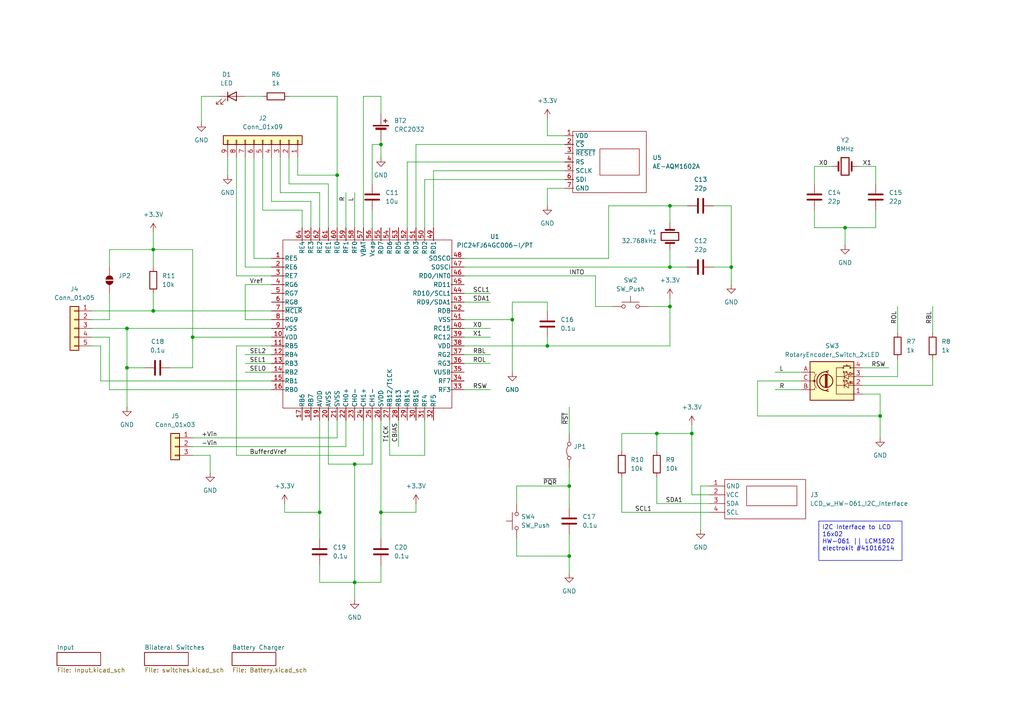
<source format=kicad_sch>
(kicad_sch (version 20231120) (generator "eeschema") (generator_version "8.0")
  (paper "A4")
  (lib_symbols
    (symbol "Connector_Generic:Conn_01x03" (pin_names (offset 1.016) hide)
      (property "Reference" "J" (at 0 5.08 0))
      (property "Value" "Conn_01x03" (at 0 -5.08 0))
      (symbol "Conn_01x03_1_1"
        (rectangle (start -1.27 -2.413) (end 0 -2.667) (stroke (width 0.1524)))
        (rectangle (start -1.27 0.127) (end 0 -0.127) (stroke (width 0.1524)))
        (rectangle (start -1.27 2.667) (end 0 2.413) (stroke (width 0.1524)))
        (rectangle (start -1.27 3.81) (end 1.27 -3.81) (stroke (width 0.254)) (fill (type background)))
        (pin passive line (at -5.08 2.54 0) (length 3.81) (name "Pin_1") (number "1"))
        (pin passive line (at -5.08 0 0) (length 3.81) (name "Pin_2") (number "2"))
        (pin passive line (at -5.08 -2.54 0) (length 3.81) (name "Pin_3") (number "3"))
      )
    )
    (symbol "Connector_Generic:Conn_01x05" (pin_names (offset 1.016) hide)
      (property "Reference" "J" (at 0 7.62 0))
      (property "Value" "Conn_01x05" (at 0 -7.62 0))
      (symbol "Conn_01x05_1_1"
        (rectangle (start -1.27 -4.953) (end 0 -5.207) (stroke (width 0.1524)))
        (rectangle (start -1.27 -2.413) (end 0 -2.667) (stroke (width 0.1524)))
        (rectangle (start -1.27 0.127) (end 0 -0.127) (stroke (width 0.1524)))
        (rectangle (start -1.27 2.667) (end 0 2.413) (stroke (width 0.1524)))
        (rectangle (start -1.27 5.207) (end 0 4.953) (stroke (width 0.1524)))
        (rectangle (start -1.27 6.35) (end 1.27 -6.35) (stroke (width 0.254)) (fill (type background)))
        (pin passive line (at -5.08 5.08 0) (length 3.81) (name "Pin_1") (number "1"))
        (pin passive line (at -5.08 2.54 0) (length 3.81) (name "Pin_2") (number "2"))
        (pin passive line (at -5.08 0 0) (length 3.81) (name "Pin_3") (number "3"))
        (pin passive line (at -5.08 -2.54 0) (length 3.81) (name "Pin_4") (number "4"))
        (pin passive line (at -5.08 -5.08 0) (length 3.81) (name "Pin_5") (number "5"))
      )
    )
    (symbol "Connector_Generic:Conn_01x09" (pin_names (offset 1.016) hide)
      (property "Reference" "J" (at 0 12.7 0))
      (property "Value" "Conn_01x09" (at 0 -12.7 0))
      (symbol "Conn_01x09_1_1"
        (rectangle (start -1.27 -10.033) (end 0 -10.287) (stroke (width 0.1524)))
        (rectangle (start -1.27 -7.493) (end 0 -7.747) (stroke (width 0.1524)))
        (rectangle (start -1.27 -4.953) (end 0 -5.207) (stroke (width 0.1524)))
        (rectangle (start -1.27 -2.413) (end 0 -2.667) (stroke (width 0.1524)))
        (rectangle (start -1.27 0.127) (end 0 -0.127) (stroke (width 0.1524)))
        (rectangle (start -1.27 2.667) (end 0 2.413) (stroke (width 0.1524)))
        (rectangle (start -1.27 5.207) (end 0 4.953) (stroke (width 0.1524)))
        (rectangle (start -1.27 7.747) (end 0 7.493) (stroke (width 0.1524)))
        (rectangle (start -1.27 10.287) (end 0 10.033) (stroke (width 0.1524)))
        (rectangle (start -1.27 11.43) (end 1.27 -11.43) (stroke (width 0.254)) (fill (type background)))
        (pin passive line (at -5.08 10.16 0) (length 3.81) (name "Pin_1") (number "1"))
        (pin passive line (at -5.08 7.62 0) (length 3.81) (name "Pin_2") (number "2"))
        (pin passive line (at -5.08 5.08 0) (length 3.81) (name "Pin_3") (number "3"))
        (pin passive line (at -5.08 2.54 0) (length 3.81) (name "Pin_4") (number "4"))
        (pin passive line (at -5.08 0 0) (length 3.81) (name "Pin_5") (number "5"))
        (pin passive line (at -5.08 -2.54 0) (length 3.81) (name "Pin_6") (number "6"))
        (pin passive line (at -5.08 -5.08 0) (length 3.81) (name "Pin_7") (number "7"))
        (pin passive line (at -5.08 -7.62 0) (length 3.81) (name "Pin_8") (number "8"))
        (pin passive line (at -5.08 -10.16 0) (length 3.81) (name "Pin_9") (number "9"))
      )
    )
    (symbol "Device:Battery_Cell" (pin_numbers hide) (pin_names (offset 0) hide)
      (property "Reference" "BT" (at 2.54 2.54 0))
      (property "Value" "Battery_Cell" (at 2.54 0 0))
      (symbol "Battery_Cell_0_1"
        (rectangle (start -2.286 1.778) (end 2.286 1.524) (fill (type outline)))
        (rectangle (start -1.524 1.016) (end 1.524 0.508) (fill (type outline)))
        (polyline (pts (xy 0 0.762) (xy 0 0)))
        (polyline (pts (xy 0 1.778) (xy 0 2.54)))
        (polyline (pts (xy 0.762 3.048) (xy 1.778 3.048)) (stroke (width 0.254)))
        (polyline (pts (xy 1.27 3.556) (xy 1.27 2.54)) (stroke (width 0.254)))
      )
      (symbol "Battery_Cell_1_1"
        (pin passive line (at 0 5.08 270) (length 2.54) (name "+") (number "1"))
        (pin passive line (at 0 -2.54 90) (length 2.54) (name "-") (number "2"))
      )
    )
    (symbol "Device:C" (pin_numbers hide) (pin_names (offset 0.254))
      (property "Reference" "C" (at 0.635 2.54 0))
      (property "Value" "C" (at 0.635 -2.54 0))
      (symbol "C_0_1"
        (polyline (pts (xy -2.032 -0.762) (xy 2.032 -0.762)) (stroke (width 0.508)))
        (polyline (pts (xy -2.032 0.762) (xy 2.032 0.762)) (stroke (width 0.508)))
      )
      (symbol "C_1_1"
        (pin passive line (at 0 3.81 270) (length 2.794) (name "~") (number "1"))
        (pin passive line (at 0 -3.81 90) (length 2.794) (name "~") (number "2"))
      )
    )
    (symbol "Device:Crystal" (pin_numbers hide) (pin_names (offset 1.016) hide)
      (property "Reference" "Y" (at 0 3.81 0))
      (property "Value" "Crystal" (at 0 -3.81 0))
      (symbol "Crystal_0_1"
        (rectangle (start -1.143 2.54) (end 1.143 -2.54) (stroke (width 0.3048)))
        (polyline (pts (xy -2.54 0) (xy -1.905 0)))
        (polyline (pts (xy -1.905 -1.27) (xy -1.905 1.27)) (stroke (width 0.508)))
        (polyline (pts (xy 1.905 -1.27) (xy 1.905 1.27)) (stroke (width 0.508)))
        (polyline (pts (xy 2.54 0) (xy 1.905 0)))
      )
      (symbol "Crystal_1_1"
        (pin passive line (at -3.81 0 0) (length 1.27) (name "1") (number "1"))
        (pin passive line (at 3.81 0 180) (length 1.27) (name "2") (number "2"))
      )
    )
    (symbol "Device:LED" (pin_numbers hide) (pin_names (offset 1.016) hide)
      (property "Reference" "D" (at 0 2.54 0))
      (property "Value" "LED" (at 0 -2.54 0))
      (symbol "LED_0_1"
        (polyline (pts (xy -1.27 -1.27) (xy -1.27 1.27)) (stroke (width 0.254)))
        (polyline (pts (xy -1.27 0) (xy 1.27 0)))
        (polyline (pts (xy 1.27 -1.27) (xy 1.27 1.27) (xy -1.27 0) (xy 1.27 -1.27)) (stroke (width 0.254)))
        (polyline (pts (xy -3.048 -0.762) (xy -4.572 -2.286) (xy -3.81 -2.286) (xy -4.572 -2.286) (xy -4.572 -1.524)))
        (polyline (pts (xy -1.778 -0.762) (xy -3.302 -2.286) (xy -2.54 -2.286) (xy -3.302 -2.286) (xy -3.302 -1.524)))
      )
      (symbol "LED_1_1"
        (pin passive line (at -3.81 0 0) (length 2.54) (name "K") (number "1"))
        (pin passive line (at 3.81 0 180) (length 2.54) (name "A") (number "2"))
      )
    )
    (symbol "Device:R" (pin_numbers hide) (pin_names (offset 0))
      (property "Reference" "R" (at 2.032 0 90))
      (property "Value" "R" (at 0 0 90))
      (symbol "R_0_1"
        (rectangle (start -1.016 -2.54) (end 1.016 2.54) (stroke (width 0.254)))
      )
      (symbol "R_1_1"
        (pin passive line (at 0 3.81 270) (length 1.27) (name "~") (number "1"))
        (pin passive line (at 0 -3.81 90) (length 1.27) (name "~") (number "2"))
      )
    )
    (symbol "Jumper:Jumper_2_Bridged" (pin_numbers hide) (pin_names (offset 0) hide) (exclude_from_sim yes)
      (property "Reference" "JP" (at 0 1.905 0))
      (property "Value" "Jumper_2_Bridged" (at 0 -2.54 0))
      (symbol "Jumper_2_Bridged_0_0"
        (circle (center -2.032 0) (radius 0.508))
        (circle (center 2.032 0) (radius 0.508))
      )
      (symbol "Jumper_2_Bridged_0_1"
        (arc (start 1.524 0.254) (mid 0 0.762) (end -1.524 0.254))
      )
      (symbol "Jumper_2_Bridged_1_1"
        (pin passive line (at -5.08 0 0) (length 2.54) (name "A") (number "1"))
        (pin passive line (at 5.08 0 180) (length 2.54) (name "B") (number "2"))
      )
    )
    (symbol "Jumper:SolderJumper_2_Open" (pin_numbers hide) (pin_names (offset 0) hide) (exclude_from_sim yes) (in_bom no)
      (property "Reference" "JP" (at 0 2.032 0))
      (property "Value" "SolderJumper_2_Open" (at 0 -2.54 0))
      (symbol "SolderJumper_2_Open_0_1"
        (arc (start -0.254 1.016) (mid -1.2656 0) (end -0.254 -1.016))
        (arc (start -0.254 1.016) (mid -1.2656 0) (end -0.254 -1.016) (fill (type outline)))
        (polyline (pts (xy -0.254 1.016) (xy -0.254 -1.016)))
        (polyline (pts (xy 0.254 1.016) (xy 0.254 -1.016)))
        (arc (start 0.254 -1.016) (mid 1.2656 0) (end 0.254 1.016))
        (arc (start 0.254 -1.016) (mid 1.2656 0) (end 0.254 1.016) (fill (type outline)))
      )
      (symbol "SolderJumper_2_Open_1_1"
        (pin passive line (at -3.81 0 0) (length 2.54) (name "A") (number "1"))
        (pin passive line (at 3.81 0 180) (length 2.54) (name "B") (number "2"))
      )
    )
    (symbol "My_Parts:AE-AQM1602A_128x48px_LCD_Display"
      (property "Reference" "U" (at 3.302 2.54 0))
      (property "Value" "AE-AQM1602A" (at 15.748 -14.478 0))
      (symbol "AE-AQM1602A_128x48px_LCD_Display_0_1"
        (polyline (pts (xy 10.16 -3.81) (xy 10.16 -11.43) (xy 21.59 -11.43) (xy 21.59 -3.81) (xy 10.16 -3.81)))
        (rectangle (start 2.286 1.27) (end 23.622 -16.51))
      )
      (symbol "AE-AQM1602A_128x48px_LCD_Display_1_1"
        (pin power_in line (at 0 0 0) (length 2.54) (name "VDD") (number "1"))
        (pin input line (at 0 -2.54 0) (length 2.54) (name "~{CS}") (number "2"))
        (pin input line (at 0 -5.08 0) (length 2.54) (name "~{RESET}") (number "3"))
        (pin input line (at 0 -7.62 0) (length 2.54) (name "RS") (number "4"))
        (pin input line (at 0 -10.16 0) (length 2.54) (name "SCLK") (number "5"))
        (pin input line (at 0 -12.7 0) (length 2.54) (name "SDI") (number "6"))
        (pin power_in line (at 0 -15.24 0) (length 2.54) (name "GND") (number "7"))
      )
    )
    (symbol "My_Parts:LCD_w_HW-061_I2C_Interface" (pin_names (offset 1.016))
      (property "Reference" "J" (at 0 5.715 0))
      (property "Value" "LCD_w_HW-061_I2C_Interface" (at 0 -8.255 0))
      (symbol "LCD_w_HW-061_I2C_Interface_0_1"
        (polyline (pts (xy -0.635 4.445) (xy 22.86 4.445) (xy 22.86 -6.985) (xy -0.635 -6.985) (xy -0.635 4.445)) (stroke (width 0.1524)))
        (polyline (pts (xy 5.715 2.54) (xy 5.715 -3.175) (xy 20.32 -3.175) (xy 20.32 2.54) (xy 5.715 2.54)) (stroke (width 0.1524)))
      )
      (symbol "LCD_w_HW-061_I2C_Interface_1_1"
        (polyline (pts (xy -1.27 -5.08) (xy -0.508 -5.08)) (stroke (width 0.1524)))
        (polyline (pts (xy -1.27 -2.54) (xy -0.508 -2.54)) (stroke (width 0.1524)))
        (polyline (pts (xy -1.27 0) (xy -0.508 0)) (stroke (width 0.1524)))
        (polyline (pts (xy -1.27 2.54) (xy -0.508 2.54)) (stroke (width 0.1524)))
        (pin power_in line (at -5.08 2.54 0) (length 3.81) (name "GND") (number "1"))
        (pin power_in line (at -5.08 0 0) (length 3.81) (name "VCC") (number "2"))
        (pin passive line (at -5.08 -2.54 0) (length 3.81) (name "SDA") (number "3"))
        (pin passive line (at -5.08 -5.08 0) (length 3.81) (name "SCL") (number "4"))
      )
    )
    (symbol "My_Parts:PIC24FJ64GC006-I/PT" (pin_names (offset 0.002))
      (property "Reference" "U" (at 12.446 -3.048 0))
      (property "Value" "PIC24FJ64GC006-I/PT" (at 23.876 -11.938 0))
      (symbol "PIC24FJ64GC006-I/PT_0_1"
        (rectangle (start 3.302 5.334) (end 52.324 -43.434))
      )
      (symbol "PIC24FJ64GC006-I/PT_1_1"
        (pin bidirectional line (at 0 0 0) (length 3.81) (name "RE5") (number "1"))
        (pin bidirectional line (at 0 -22.86 0) (length 3.81) (name "VDD") (number "10"))
        (pin bidirectional line (at 0 -25.4 0) (length 3.81) (name "RB5") (number "11"))
        (pin bidirectional line (at 0 -27.94 0) (length 3.81) (name "RB4") (number "12"))
        (pin bidirectional line (at 0 -30.48 0) (length 3.81) (name "RB3") (number "13"))
        (pin bidirectional line (at 0 -33.02 0) (length 3.81) (name "RB2") (number "14"))
        (pin bidirectional line (at 0 -35.56 0) (length 3.81) (name "RB1") (number "15"))
        (pin bidirectional line (at 0 -38.1 0) (length 3.81) (name "RB0") (number "16"))
        (pin bidirectional line (at 8.89 -46.99 90) (length 3.81) (name "RB6") (number "17"))
        (pin bidirectional line (at 11.43 -46.99 90) (length 3.81) (name "RB7") (number "18"))
        (pin bidirectional line (at 13.97 -46.99 90) (length 3.81) (name "AVDD") (number "19"))
        (pin bidirectional line (at 0 -2.54 0) (length 3.81) (name "RE6") (number "2"))
        (pin bidirectional line (at 16.51 -46.99 90) (length 3.81) (name "AVSS") (number "20"))
        (pin bidirectional line (at 19.05 -46.99 90) (length 3.81) (name "SVSS") (number "21"))
        (pin bidirectional line (at 21.59 -46.99 90) (length 3.81) (name "CH0+") (number "22"))
        (pin bidirectional line (at 24.13 -46.99 90) (length 3.81) (name "CH0-") (number "23"))
        (pin bidirectional line (at 26.67 -46.99 90) (length 3.81) (name "CH1+") (number "24"))
        (pin bidirectional line (at 29.21 -46.99 90) (length 3.81) (name "CH1-") (number "25"))
        (pin bidirectional line (at 31.75 -46.99 90) (length 3.81) (name "SVDD") (number "26"))
        (pin bidirectional line (at 34.29 -46.99 90) (length 3.81) (name "RB12/T1CK") (number "27"))
        (pin bidirectional line (at 36.83 -46.99 90) (length 3.81) (name "RB13") (number "28"))
        (pin bidirectional line (at 39.37 -46.99 90) (length 3.81) (name "RB14") (number "29"))
        (pin bidirectional line (at 0 -5.08 0) (length 3.81) (name "RE7") (number "3"))
        (pin bidirectional line (at 41.91 -46.99 90) (length 3.81) (name "RB15") (number "30"))
        (pin bidirectional line (at 44.45 -46.99 90) (length 3.81) (name "RF4") (number "31"))
        (pin bidirectional line (at 46.99 -46.99 90) (length 3.81) (name "RF5") (number "32"))
        (pin bidirectional line (at 55.88 -38.1 180) (length 3.81) (name "RF3") (number "33"))
        (pin bidirectional line (at 55.88 -35.56 180) (length 3.81) (name "RF7") (number "34"))
        (pin bidirectional line (at 55.88 -33.02 180) (length 3.81) (name "VUSB") (number "35"))
        (pin bidirectional line (at 55.88 -30.48 180) (length 3.81) (name "RG3") (number "36"))
        (pin bidirectional line (at 55.88 -27.94 180) (length 3.81) (name "RG2") (number "37"))
        (pin bidirectional line (at 55.88 -25.4 180) (length 3.81) (name "VDD") (number "38"))
        (pin bidirectional line (at 55.88 -22.86 180) (length 3.81) (name "RC12") (number "39"))
        (pin bidirectional line (at 0 -7.62 0) (length 3.81) (name "RG6") (number "4"))
        (pin bidirectional line (at 55.88 -20.32 180) (length 3.81) (name "RC15") (number "40"))
        (pin bidirectional line (at 55.88 -17.78 180) (length 3.81) (name "VSS") (number "41"))
        (pin bidirectional line (at 55.88 -15.24 180) (length 3.81) (name "RDB") (number "42"))
        (pin bidirectional line (at 55.88 -12.7 180) (length 3.81) (name "RD9/SDA1") (number "43"))
        (pin bidirectional line (at 55.88 -10.16 180) (length 3.81) (name "RD10/SCL1") (number "44"))
        (pin bidirectional line (at 55.88 -7.62 180) (length 3.81) (name "RD11") (number "45"))
        (pin bidirectional line (at 55.88 -5.08 180) (length 3.81) (name "RD0/INT0") (number "46"))
        (pin bidirectional line (at 55.88 -2.54 180) (length 3.81) (name "SOSCI") (number "47"))
        (pin bidirectional line (at 55.88 0 180) (length 3.81) (name "SOSCO") (number "48"))
        (pin bidirectional line (at 46.99 8.89 270) (length 3.81) (name "RD1") (number "49"))
        (pin bidirectional line (at 0 -10.16 0) (length 3.81) (name "RG7") (number "5"))
        (pin bidirectional line (at 44.45 8.89 270) (length 3.81) (name "RD2") (number "50"))
        (pin bidirectional line (at 41.91 8.89 270) (length 3.81) (name "RD3") (number "51"))
        (pin bidirectional line (at 39.37 8.89 270) (length 3.81) (name "RD4") (number "52"))
        (pin bidirectional line (at 36.83 8.89 270) (length 3.81) (name "RD5") (number "53"))
        (pin bidirectional line (at 34.29 8.89 270) (length 3.81) (name "RD6") (number "54"))
        (pin bidirectional line (at 31.75 8.89 270) (length 3.81) (name "RD7") (number "55"))
        (pin bidirectional line (at 29.21 8.89 270) (length 3.81) (name "Vcap") (number "56"))
        (pin bidirectional line (at 26.67 8.89 270) (length 3.81) (name "VBAT") (number "57"))
        (pin bidirectional line (at 24.13 8.89 270) (length 3.81) (name "RF0") (number "58"))
        (pin bidirectional line (at 21.59 8.89 270) (length 3.81) (name "RF1") (number "59"))
        (pin bidirectional line (at 0 -12.7 0) (length 3.81) (name "RG8") (number "6"))
        (pin bidirectional line (at 19.05 8.89 270) (length 3.81) (name "RE0") (number "60"))
        (pin bidirectional line (at 16.51 8.89 270) (length 3.81) (name "RE1") (number "61"))
        (pin bidirectional line (at 13.97 8.89 270) (length 3.81) (name "RE2") (number "62"))
        (pin bidirectional line (at 11.43 8.89 270) (length 3.81) (name "RE3") (number "63"))
        (pin bidirectional line (at 8.89 8.89 270) (length 3.81) (name "RE4") (number "64"))
        (pin bidirectional line (at 0 -15.24 0) (length 3.81) (name "~{MCLR}") (number "7"))
        (pin bidirectional line (at 0 -17.78 0) (length 3.81) (name "RG9") (number "8"))
        (pin bidirectional line (at 0 -20.32 0) (length 3.81) (name "VSS") (number "9"))
      )
    )
    (symbol "My_Parts:RotaryEncoder_Switch_2xLED" (pin_names (offset 0.254) hide)
      (property "Reference" "SW" (at -3.81 6.858 0))
      (property "Value" "RotaryEncoder_Switch_2xLED" (at 0 -7.366 0))
      (symbol "RotaryEncoder_Switch_2xLED_0_1"
        (rectangle (start -5.08 5.588) (end 7.62 -5.588) (stroke (width 0.254)) (fill (type background)))
        (circle (center -3.81 0) (radius 0.254) (fill (type outline)))
        (circle (center -0.381 0) (radius 1.905) (stroke (width 0.254)))
        (arc (start -0.381 2.667) (mid -3.0988 -0.0635) (end -0.381 -2.794) (stroke (width 0.254)))
        (polyline (pts (xy -0.635 -1.778) (xy -0.635 1.778)) (stroke (width 0.254)))
        (polyline (pts (xy -0.381 -1.778) (xy -0.381 1.778)) (stroke (width 0.254)))
        (polyline (pts (xy -0.127 1.778) (xy -0.127 -1.778)) (stroke (width 0.254)))
        (polyline (pts (xy 4.826 -0.508) (xy 4.826 -2.032)))
        (polyline (pts (xy 4.826 1.27) (xy 2.54 1.27)))
        (polyline (pts (xy 4.826 2.032) (xy 4.826 0.508)))
        (polyline (pts (xy 5.08 -1.27) (xy 2.54 -1.27)))
        (polyline (pts (xy 5.08 -0.508) (xy 4.572 0.254)))
        (polyline (pts (xy 5.08 2.032) (xy 4.572 2.794)))
        (polyline (pts (xy 5.588 4.318) (xy 5.588 4.699)) (stroke (width 0.254)))
        (polyline (pts (xy 5.842 -0.508) (xy 5.334 0.254)))
        (polyline (pts (xy 5.842 2.032) (xy 5.334 2.794)))
        (polyline (pts (xy 6.096 1.27) (xy 7.874 1.27)))
        (polyline (pts (xy 6.604 3.81) (xy 7.62 3.81)))
        (polyline (pts (xy 6.604 4.318) (xy 4.572 4.318)) (stroke (width 0.254)))
        (polyline (pts (xy 7.874 -1.27) (xy 6.096 -1.27)))
        (polyline (pts (xy -5.08 -2.54) (xy -3.81 -2.54) (xy -3.81 -2.032)))
        (polyline (pts (xy -5.08 2.54) (xy -3.81 2.54) (xy -3.81 2.032)))
        (polyline (pts (xy 0.254 -3.048) (xy -0.508 -2.794) (xy 0.127 -2.413)) (stroke (width 0.254)))
        (polyline (pts (xy 0.254 2.921) (xy -0.508 2.667) (xy 0.127 2.286)) (stroke (width 0.254)))
        (polyline (pts (xy 2.54 -1.016) (xy 2.54 3.81) (xy 4.572 3.81)))
        (polyline (pts (xy 4.572 -0.254) (xy 4.572 0.254) (xy 5.08 0)))
        (polyline (pts (xy 4.572 2.286) (xy 4.572 2.794) (xy 5.08 2.54)))
        (polyline (pts (xy 5.334 -0.254) (xy 5.334 0.254) (xy 5.842 0)))
        (polyline (pts (xy 5.334 2.286) (xy 5.334 2.794) (xy 5.842 2.54)))
        (polyline (pts (xy 7.874 -3.81) (xy 2.54 -3.81) (xy 2.54 -1.016)))
        (polyline (pts (xy -5.08 0) (xy -3.81 0) (xy -3.81 -1.016) (xy -3.302 -2.032)))
        (polyline (pts (xy -4.318 0) (xy -3.81 0) (xy -3.81 1.016) (xy -3.302 2.032)))
        (polyline (pts (xy 6.096 -2.032) (xy 6.096 -0.508) (xy 4.826 -1.27) (xy 6.096 -2.032)))
        (polyline (pts (xy 6.096 1.27) (xy 6.096 2.032) (xy 4.826 1.27) (xy 6.096 0.508) (xy 6.096 1.27)))
        (circle (center 4.572 3.81) (radius 0.127) (stroke (width 0.254)))
        (circle (center 6.604 3.81) (radius 0.127) (stroke (width 0.254)))
      )
      (symbol "RotaryEncoder_Switch_2xLED_1_1"
        (text "Bl" (at 6.858 -0.508 0) (effects (font (size 0.762 0.762))))
        (text "Or" (at 6.858 2.032 0) (effects (font (size 0.762 0.762))))
        (pin passive line (at 10.16 -3.81 180) (length 2.54) (name "GND") (number "1"))
        (pin passive line (at 10.16 -1.27 180) (length 2.54) (name "Led1") (number "2"))
        (pin passive line (at 10.16 1.27 180) (length 2.54) (name "Led2") (number "3"))
        (pin passive line (at 10.16 3.81 180) (length 2.54) (name "Sw") (number "4"))
        (pin passive line (at -7.62 2.54 0) (length 2.54) (name "A") (number "A"))
        (pin passive line (at -7.62 -2.54 0) (length 2.54) (name "B") (number "B"))
        (pin passive line (at -7.62 0 0) (length 2.54) (name "C") (number "C"))
      )
    )
    (symbol "Switch:SW_Push" (pin_numbers hide) (pin_names (offset 1.016) hide)
      (property "Reference" "SW" (at 1.27 2.54 0))
      (property "Value" "SW_Push" (at 0 -1.524 0))
      (symbol "SW_Push_0_1"
        (circle (center -2.032 0) (radius 0.508))
        (polyline (pts (xy 0 1.27) (xy 0 3.048)))
        (polyline (pts (xy 2.54 1.27) (xy -2.54 1.27)))
        (circle (center 2.032 0) (radius 0.508))
        (pin passive line (at -5.08 0 0) (length 2.54) (name "1") (number "1"))
        (pin passive line (at 5.08 0 180) (length 2.54) (name "2") (number "2"))
      )
    )
    (symbol "power:+3.3V" (power) (pin_numbers hide) (pin_names (offset 0) hide)
      (property "Value" "+3.3V" (at 0 3.556 0))
      (symbol "+3.3V_0_1"
        (polyline (pts (xy -0.762 1.27) (xy 0 2.54)))
        (polyline (pts (xy 0 0) (xy 0 2.54)))
        (polyline (pts (xy 0 2.54) (xy 0.762 1.27)))
      )
      (symbol "+3.3V_1_1"
        (pin power_in line (at 0 0 90) (length 0) (name "~") (number "1"))
      )
    )
    (symbol "power:GND" (power) (pin_numbers hide) (pin_names (offset 0) hide)
      (property "Value" "GND" (at 0 -3.81 0))
      (symbol "GND_0_1"
        (polyline (pts (xy 0 0) (xy 0 -1.27) (xy 1.27 -1.27) (xy 0 -2.54) (xy -1.27 -1.27) (xy 0 -1.27)))
      )
      (symbol "GND_1_1"
        (pin power_in line (at 0 0 270) (length 0) (name "~") (number "1"))
      )
    )
  )
  (junction (at 110.49 148.59))
  (junction (at 190.5 125.73))
  (junction (at 165.1 140.97))
  (junction (at 194.31 88.9))
  (junction (at 97.79 50.8))
  (junction (at 36.83 95.25))
  (junction (at 110.49 41.91))
  (junction (at 200.66 125.73))
  (junction (at 44.45 90.17))
  (junction (at 102.87 134.62))
  (junction (at 55.88 97.79))
  (junction (at 165.1 161.29))
  (junction (at 194.31 77.47))
  (junction (at 102.87 168.91))
  (junction (at 148.59 92.71))
  (junction (at 255.27 120.65))
  (junction (at 92.71 148.59))
  (junction (at 212.09 77.47))
  (junction (at 158.75 100.33))
  (junction (at 245.11 66.04))
  (junction (at 194.31 59.69))
  (junction (at 36.83 106.68))
  (junction (at 44.45 72.39))
  (wire (pts (xy 134.62 74.93) (xy 176.53 74.93)))
  (wire (pts (xy 149.86 140.97) (xy 165.1 140.97)))
  (wire (pts (xy 148.59 92.71) (xy 148.59 107.95)))
  (wire (pts (xy 134.62 95.25) (xy 142.24 95.25)))
  (wire (pts (xy 31.75 77.47) (xy 31.75 72.39)))
  (wire (pts (xy 44.45 72.39) (xy 55.88 72.39)))
  (wire (pts (xy 200.66 125.73) (xy 200.66 123.19)))
  (wire (pts (xy 158.75 90.17) (xy 158.75 87.63)))
  (wire (pts (xy 118.11 46.99) (xy 118.11 66.04)))
  (wire (pts (xy 63.5 27.94) (xy 58.42 27.94)))
  (wire (pts (xy 71.12 82.55) (xy 78.74 82.55)))
  (wire (pts (xy 102.87 134.62) (xy 107.95 134.62)))
  (wire (pts (xy 194.31 88.9) (xy 194.31 86.36)))
  (wire (pts (xy 165.1 118.11) (xy 165.1 125.73)))
  (wire (pts (xy 107.95 41.91) (xy 110.49 41.91)))
  (wire (pts (xy 180.34 125.73) (xy 190.5 125.73)))
  (wire (pts (xy 180.34 138.43) (xy 180.34 148.59)))
  (wire (pts (xy 41.91 106.68) (xy 36.83 106.68)))
  (wire (pts (xy 236.22 66.04) (xy 245.11 66.04)))
  (wire (pts (xy 31.75 72.39) (xy 44.45 72.39)))
  (wire (pts (xy 95.25 134.62) (xy 102.87 134.62)))
  (wire (pts (xy 200.66 125.73) (xy 200.66 143.51)))
  (wire (pts (xy 92.71 163.83) (xy 92.71 168.91)))
  (wire (pts (xy 158.75 39.37) (xy 158.75 34.29)))
  (wire (pts (xy 105.41 27.94) (xy 110.49 27.94)))
  (wire (pts (xy 71.12 107.95) (xy 78.74 107.95)))
  (wire (pts (xy 203.2 140.97) (xy 205.74 140.97)))
  (wire (pts (xy 134.62 97.79) (xy 142.24 97.79)))
  (wire (pts (xy 236.22 48.26) (xy 236.22 53.34)))
  (wire (pts (xy 158.75 97.79) (xy 158.75 100.33)))
  (wire (pts (xy 224.79 113.03) (xy 232.41 113.03)))
  (wire (pts (xy 110.49 27.94) (xy 110.49 33.02)))
  (wire (pts (xy 86.36 45.72) (xy 86.36 50.8)))
  (wire (pts (xy 113.03 132.08) (xy 123.19 132.08)))
  (wire (pts (xy 163.83 54.61) (xy 158.75 54.61)))
  (wire (pts (xy 66.04 45.72) (xy 66.04 50.8)))
  (wire (pts (xy 55.88 127) (xy 97.79 127)))
  (wire (pts (xy 68.58 45.72) (xy 68.58 80.01)))
  (wire (pts (xy 31.75 113.03) (xy 31.75 97.79)))
  (wire (pts (xy 82.55 148.59) (xy 92.71 148.59)))
  (wire (pts (xy 134.62 87.63) (xy 142.24 87.63)))
  (wire (pts (xy 148.59 92.71) (xy 134.62 92.71)))
  (wire (pts (xy 97.79 27.94) (xy 97.79 50.8)))
  (wire (pts (xy 31.75 92.71) (xy 31.75 85.09)))
  (wire (pts (xy 212.09 77.47) (xy 212.09 59.69)))
  (wire (pts (xy 71.12 92.71) (xy 78.74 92.71)))
  (wire (pts (xy 172.72 88.9) (xy 172.72 80.01)))
  (wire (pts (xy 26.67 90.17) (xy 44.45 90.17)))
  (wire (pts (xy 92.71 55.88) (xy 92.71 66.04)))
  (wire (pts (xy 107.95 53.34) (xy 107.95 41.91)))
  (wire (pts (xy 207.01 77.47) (xy 212.09 77.47)))
  (wire (pts (xy 134.62 85.09) (xy 142.24 85.09)))
  (wire (pts (xy 68.58 100.33) (xy 78.74 100.33)))
  (wire (pts (xy 110.49 40.64) (xy 110.49 41.91)))
  (wire (pts (xy 149.86 161.29) (xy 165.1 161.29)))
  (wire (pts (xy 134.62 77.47) (xy 194.31 77.47)))
  (wire (pts (xy 105.41 132.08) (xy 68.58 132.08)))
  (wire (pts (xy 148.59 87.63) (xy 148.59 92.71)))
  (wire (pts (xy 78.74 58.42) (xy 90.17 58.42)))
  (wire (pts (xy 180.34 130.81) (xy 180.34 125.73)))
  (wire (pts (xy 55.88 129.54) (xy 100.33 129.54)))
  (wire (pts (xy 100.33 121.92) (xy 100.33 129.54)))
  (wire (pts (xy 95.25 121.92) (xy 95.25 134.62)))
  (wire (pts (xy 73.66 45.72) (xy 73.66 74.93)))
  (wire (pts (xy 110.49 163.83) (xy 110.49 168.91)))
  (wire (pts (xy 163.83 46.99) (xy 118.11 46.99)))
  (wire (pts (xy 78.74 110.49) (xy 29.21 110.49)))
  (wire (pts (xy 71.12 77.47) (xy 71.12 45.72)))
  (wire (pts (xy 102.87 168.91) (xy 92.71 168.91)))
  (wire (pts (xy 207.01 59.69) (xy 212.09 59.69)))
  (wire (pts (xy 134.62 80.01) (xy 172.72 80.01)))
  (wire (pts (xy 250.19 106.68) (xy 257.81 106.68)))
  (wire (pts (xy 44.45 67.31) (xy 44.45 72.39)))
  (wire (pts (xy 26.67 92.71) (xy 31.75 92.71)))
  (wire (pts (xy 255.27 114.3) (xy 255.27 120.65)))
  (wire (pts (xy 120.65 41.91) (xy 120.65 66.04)))
  (wire (pts (xy 110.49 121.92) (xy 110.49 148.59)))
  (wire (pts (xy 97.79 127) (xy 97.79 121.92)))
  (wire (pts (xy 165.1 154.94) (xy 165.1 161.29)))
  (wire (pts (xy 102.87 168.91) (xy 102.87 173.99)))
  (wire (pts (xy 260.35 88.9) (xy 260.35 96.52)))
  (wire (pts (xy 110.49 41.91) (xy 110.49 45.72)))
  (wire (pts (xy 190.5 125.73) (xy 200.66 125.73)))
  (wire (pts (xy 76.2 45.72) (xy 76.2 60.96)))
  (wire (pts (xy 95.25 53.34) (xy 95.25 66.04)))
  (wire (pts (xy 60.96 132.08) (xy 60.96 137.16)))
  (wire (pts (xy 71.12 82.55) (xy 71.12 92.71)))
  (wire (pts (xy 83.82 53.34) (xy 95.25 53.34)))
  (wire (pts (xy 81.28 55.88) (xy 81.28 45.72)))
  (wire (pts (xy 270.51 88.9) (xy 270.51 96.52)))
  (wire (pts (xy 245.11 66.04) (xy 245.11 71.12)))
  (wire (pts (xy 194.31 59.69) (xy 199.39 59.69)))
  (wire (pts (xy 107.95 121.92) (xy 107.95 134.62)))
  (wire (pts (xy 194.31 64.77) (xy 194.31 59.69)))
  (wire (pts (xy 205.74 148.59) (xy 180.34 148.59)))
  (wire (pts (xy 110.49 148.59) (xy 110.49 156.21)))
  (wire (pts (xy 78.74 113.03) (xy 31.75 113.03)))
  (wire (pts (xy 100.33 55.88) (xy 100.33 66.04)))
  (wire (pts (xy 194.31 77.47) (xy 199.39 77.47)))
  (wire (pts (xy 87.63 60.96) (xy 87.63 66.04)))
  (wire (pts (xy 55.88 97.79) (xy 55.88 72.39)))
  (wire (pts (xy 190.5 125.73) (xy 190.5 130.81)))
  (wire (pts (xy 236.22 60.96) (xy 236.22 66.04)))
  (wire (pts (xy 187.96 88.9) (xy 194.31 88.9)))
  (wire (pts (xy 105.41 66.04) (xy 105.41 27.94)))
  (wire (pts (xy 194.31 72.39) (xy 194.31 77.47)))
  (wire (pts (xy 71.12 105.41) (xy 78.74 105.41)))
  (wire (pts (xy 245.11 66.04) (xy 254 66.04)))
  (wire (pts (xy 102.87 55.88) (xy 102.87 66.04)))
  (wire (pts (xy 102.87 134.62) (xy 102.87 168.91)))
  (wire (pts (xy 254 53.34) (xy 254 48.26)))
  (wire (pts (xy 55.88 132.08) (xy 60.96 132.08)))
  (wire (pts (xy 36.83 106.68) (xy 36.83 118.11)))
  (wire (pts (xy 163.83 41.91) (xy 120.65 41.91)))
  (wire (pts (xy 110.49 168.91) (xy 102.87 168.91)))
  (wire (pts (xy 241.3 48.26) (xy 236.22 48.26)))
  (wire (pts (xy 254 48.26) (xy 248.92 48.26)))
  (wire (pts (xy 97.79 27.94) (xy 83.82 27.94)))
  (wire (pts (xy 250.19 111.76) (xy 270.51 111.76)))
  (wire (pts (xy 78.74 77.47) (xy 71.12 77.47)))
  (wire (pts (xy 176.53 59.69) (xy 194.31 59.69)))
  (wire (pts (xy 254 60.96) (xy 254 66.04)))
  (wire (pts (xy 176.53 74.93) (xy 176.53 59.69)))
  (wire (pts (xy 107.95 60.96) (xy 107.95 66.04)))
  (wire (pts (xy 165.1 135.89) (xy 165.1 140.97)))
  (wire (pts (xy 163.83 39.37) (xy 158.75 39.37)))
  (wire (pts (xy 203.2 153.67) (xy 203.2 140.97)))
  (wire (pts (xy 255.27 120.65) (xy 255.27 127)))
  (wire (pts (xy 82.55 146.05) (xy 82.55 148.59)))
  (wire (pts (xy 149.86 146.05) (xy 149.86 140.97)))
  (wire (pts (xy 68.58 80.01) (xy 78.74 80.01)))
  (wire (pts (xy 73.66 74.93) (xy 78.74 74.93)))
  (wire (pts (xy 92.71 55.88) (xy 81.28 55.88)))
  (wire (pts (xy 36.83 95.25) (xy 78.74 95.25)))
  (wire (pts (xy 165.1 161.29) (xy 165.1 166.37)))
  (wire (pts (xy 165.1 140.97) (xy 165.1 147.32)))
  (wire (pts (xy 115.57 121.92) (xy 115.57 129.54)))
  (wire (pts (xy 26.67 95.25) (xy 36.83 95.25)))
  (wire (pts (xy 205.74 146.05) (xy 190.5 146.05)))
  (wire (pts (xy 113.03 121.92) (xy 113.03 132.08)))
  (wire (pts (xy 205.74 143.51) (xy 200.66 143.51)))
  (wire (pts (xy 29.21 110.49) (xy 29.21 100.33)))
  (wire (pts (xy 212.09 77.47) (xy 212.09 82.55)))
  (wire (pts (xy 105.41 121.92) (xy 105.41 132.08)))
  (wire (pts (xy 125.73 49.53) (xy 125.73 66.04)))
  (wire (pts (xy 158.75 87.63) (xy 148.59 87.63)))
  (wire (pts (xy 49.53 106.68) (xy 55.88 106.68)))
  (wire (pts (xy 55.88 106.68) (xy 55.88 97.79)))
  (wire (pts (xy 36.83 95.25) (xy 36.83 106.68)))
  (wire (pts (xy 71.12 102.87) (xy 78.74 102.87)))
  (wire (pts (xy 92.71 148.59) (xy 92.71 156.21)))
  (wire (pts (xy 90.17 58.42) (xy 90.17 66.04)))
  (wire (pts (xy 123.19 52.07) (xy 163.83 52.07)))
  (wire (pts (xy 134.62 105.41) (xy 142.24 105.41)))
  (wire (pts (xy 250.19 109.22) (xy 260.35 109.22)))
  (wire (pts (xy 125.73 49.53) (xy 163.83 49.53)))
  (wire (pts (xy 120.65 148.59) (xy 110.49 148.59)))
  (wire (pts (xy 120.65 146.05) (xy 120.65 148.59)))
  (wire (pts (xy 149.86 156.21) (xy 149.86 161.29)))
  (wire (pts (xy 250.19 114.3) (xy 255.27 114.3)))
  (wire (pts (xy 194.31 100.33) (xy 194.31 88.9)))
  (wire (pts (xy 26.67 100.33) (xy 29.21 100.33)))
  (wire (pts (xy 190.5 138.43) (xy 190.5 146.05)))
  (wire (pts (xy 92.71 121.92) (xy 92.71 148.59)))
  (wire (pts (xy 68.58 132.08) (xy 68.58 100.33)))
  (wire (pts (xy 76.2 60.96) (xy 87.63 60.96)))
  (wire (pts (xy 177.8 88.9) (xy 172.72 88.9)))
  (wire (pts (xy 158.75 54.61) (xy 158.75 59.69)))
  (wire (pts (xy 83.82 45.72) (xy 83.82 53.34)))
  (wire (pts (xy 123.19 121.92) (xy 123.19 132.08)))
  (wire (pts (xy 86.36 50.8) (xy 97.79 50.8)))
  (wire (pts (xy 76.2 27.94) (xy 71.12 27.94)))
  (wire (pts (xy 97.79 50.8) (xy 97.79 66.04)))
  (wire (pts (xy 44.45 90.17) (xy 78.74 90.17)))
  (wire (pts (xy 44.45 72.39) (xy 44.45 77.47)))
  (wire (pts (xy 58.42 27.94) (xy 58.42 35.56)))
  (wire (pts (xy 134.62 100.33) (xy 158.75 100.33)))
  (wire (pts (xy 134.62 102.87) (xy 142.24 102.87)))
  (wire (pts (xy 219.71 120.65) (xy 255.27 120.65)))
  (wire (pts (xy 158.75 100.33) (xy 194.31 100.33)))
  (wire (pts (xy 123.19 52.07) (xy 123.19 66.04)))
  (wire (pts (xy 134.62 113.03) (xy 142.24 113.03)))
  (wire (pts (xy 44.45 85.09) (xy 44.45 90.17)))
  (wire (pts (xy 270.51 111.76) (xy 270.51 104.14)))
  (wire (pts (xy 78.74 97.79) (xy 55.88 97.79)))
  (wire (pts (xy 78.74 45.72) (xy 78.74 58.42)))
  (wire (pts (xy 219.71 110.49) (xy 232.41 110.49)))
  (wire (pts (xy 260.35 104.14) (xy 260.35 109.22)))
  (wire (pts (xy 26.67 97.79) (xy 31.75 97.79)))
  (wire (pts (xy 224.79 107.95) (xy 232.41 107.95)))
  (wire (pts (xy 219.71 110.49) (xy 219.71 120.65)))
  (text_box "I2C Interface to LCD 16x02\nHW-061 || LCM1602\nelectrokit #41016214" (at 237.49 151.13 0) (size 24.13 11.43) (effects (font (size 1.27 1.27)) (justify left top)))
  (label "~{PQR}" (at 157.48 140.97 0))
  (label "~{RST}" (at 165.1 123.19 90))
  (label "ROL" (at 260.35 93.98 90))
  (label "RBL" (at 270.51 93.98 90))
  (label "Vref" (at 72.39 82.55 0))
  (label "X0" (at 137.16 95.25 0))
  (label "L" (at 102.87 58.42 90))
  (label "R" (at 226.06 113.03 0))
  (label "CBIAS" (at 115.57 128.27 90))
  (label "R" (at 100.33 58.42 90))
  (label "SDA1" (at 137.16 87.63 0))
  (label "ROL" (at 137.16 105.41 0))
  (label "SEL2" (at 72.39 102.87 0))
  (label "X0" (at 237.49 48.26 0))
  (label "RSW" (at 252.73 106.68 0))
  (label "INTO" (at 165.1 80.01 0))
  (label "L" (at 226.06 107.95 0))
  (label "RBL" (at 137.16 102.87 0))
  (label "SCL1" (at 137.16 85.09 0))
  (label "SEL1" (at 72.39 105.41 0))
  (label "T1CK" (at 113.03 128.27 90))
  (label "SEL0" (at 72.39 107.95 0))
  (label "BufferdVref" (at 72.39 132.08 0))
  (label "X1" (at 137.16 97.79 0))
  (label "SCL1" (at 184.15 148.59 0))
  (label "RSW" (at 137.16 113.03 0))
  (label "-Vin" (at 58.42 129.54 0))
  (label "+Vin" (at 58.42 127 0))
  (label "X1" (at 250.19 48.26 0))
  (label "SDA1" (at 193.04 146.05 0))
  (symbol (lib_id "power:+3.3V") (at 44.45 67.31 0) (unit 1)
    (property "Reference" "#PWR021" (effects (hide yes)))
    (property "Value" "+3.3V" (at 44.45 62.23 0))
    (property "Description" "Power symbol creates a global label with name \"+3.3V\"" (effects (hide yes)))
  )
  (symbol (lib_id "Device:Battery_Cell") (at 110.49 38.1 0) (unit 1)
    (property "Reference" "BT2" (at 114.3 34.9884 0) (effects (justify left)))
    (property "Value" "CRC2032" (at 114.3 37.5284 0) (effects (justify left)))
    (property "Footprint" "Battery:BatteryHolder_Keystone_103_1x20mm" (effects (hide yes)))
    (property "Description" "Single-cell battery" (effects (hide yes)))
  )
  (symbol (lib_id "Device:C") (at 254 57.15 0) (unit 1)
    (property "Reference" "C15" (at 257.81 55.8799 0) (effects (justify left)))
    (property "Value" "22p" (at 257.81 58.4199 0) (effects (justify left)))
    (property "Footprint" "Capacitor_THT:C_Disc_D5.0mm_W2.5mm_P2.50mm" (effects (hide yes)))
    (property "Description" "Unpolarized capacitor" (effects (hide yes)))
  )
  (symbol (lib_id "power:GND") (at 36.83 118.11 0) (unit 1)
    (property "Reference" "#PWR022" (effects (hide yes)))
    (property "Value" "GND" (at 36.83 123.19 0))
    (property "Description" "Power symbol creates a global label with name \"GND\" , ground" (effects (hide yes)))
  )
  (symbol (lib_id "Switch:SW_Push") (at 149.86 151.13 90) (unit 1)
    (property "Reference" "SW4" (at 151.13 149.8599 90) (effects (justify right)))
    (property "Value" "SW_Push" (at 151.13 152.3999 90) (effects (justify right)))
    (property "Footprint" "Button_Switch_THT:SW_PUSH_6mm" (effects (hide yes)))
    (property "Description" "Push button switch, generic, two pins" (effects (hide yes)))
  )
  (symbol (lib_id "My_Parts:AE-AQM1602A_128x48px_LCD_Display") (at 163.83 39.37 0) (unit 1)
    (property "Reference" "U5" (at 189.23 45.7199 0) (effects (justify left)))
    (property "Value" "AE-AQM1602A" (at 189.23 48.2599 0) (effects (justify left)))
    (property "Description" "AE-AQM1602A, 128x48px, LCD Display" (effects (hide yes)))
  )
  (symbol (lib_id "Device:C") (at 92.71 160.02 0) (unit 1)
    (property "Reference" "C19" (at 96.52 158.7499 0) (effects (justify left)))
    (property "Value" "0.1u" (at 96.52 161.2899 0) (effects (justify left)))
    (property "Footprint" "Capacitor_THT:C_Disc_D5.0mm_W2.5mm_P2.50mm" (effects (hide yes)))
    (property "Description" "Unpolarized capacitor" (effects (hide yes)))
  )
  (symbol (lib_id "power:GND") (at 203.2 153.67 0) (unit 1)
    (property "Reference" "#PWR018" (effects (hide yes)))
    (property "Value" "GND" (at 203.2 158.75 0))
    (property "Description" "Power symbol creates a global label with name \"GND\" , ground" (effects (hide yes)))
  )
  (symbol (lib_id "power:GND") (at 66.04 50.8 0) (unit 1)
    (property "Reference" "#PWR09" (effects (hide yes)))
    (property "Value" "GND" (at 66.04 55.88 0))
    (property "Description" "Power symbol creates a global label with name \"GND\" , ground" (effects (hide yes)))
  )
  (symbol (lib_id "power:+3.3V") (at 120.65 146.05 0) (unit 1)
    (property "Reference" "#PWR025" (effects (hide yes)))
    (property "Value" "+3.3V" (at 120.65 140.97 0))
    (property "Description" "Power symbol creates a global label with name \"+3.3V\"" (effects (hide yes)))
  )
  (symbol (lib_id "power:GND") (at 158.75 59.69 0) (unit 1)
    (property "Reference" "#PWR013" (effects (hide yes)))
    (property "Value" "GND" (at 158.75 64.77 0))
    (property "Description" "Power symbol creates a global label with name \"GND\" , ground" (effects (hide yes)))
  )
  (symbol (lib_id "Connector_Generic:Conn_01x05") (at 21.59 95.25 0) (mirror y) (unit 1)
    (property "Reference" "J4" (at 21.59 83.82 0))
    (property "Value" "Conn_01x05" (at 21.59 86.36 0))
    (property "Footprint" "Connector_PinHeader_2.54mm:PinHeader_1x05_P2.54mm_Vertical" (effects (hide yes)))
    (property "Description" "Generic connector, single row, 01x05, script generated (kicad-library-utils/schlib/autogen/connector/)" (effects (hide yes)))
  )
  (symbol (lib_id "Device:C") (at 203.2 77.47 90) (unit 1)
    (property "Reference" "C12" (at 203.2 69.85 90))
    (property "Value" "22p" (at 203.2 72.39 90))
    (property "Footprint" "Capacitor_THT:C_Disc_D5.0mm_W2.5mm_P2.50mm" (effects (hide yes)))
    (property "Description" "Unpolarized capacitor" (effects (hide yes)))
  )
  (symbol (lib_id "power:GND") (at 60.96 137.16 0) (unit 1)
    (property "Reference" "#PWR023" (effects (hide yes)))
    (property "Value" "GND" (at 60.96 142.24 0))
    (property "Description" "Power symbol creates a global label with name \"GND\" , ground" (effects (hide yes)))
  )
  (symbol (lib_id "power:GND") (at 245.11 71.12 0) (unit 1)
    (property "Reference" "#PWR016" (effects (hide yes)))
    (property "Value" "GND" (at 245.11 76.2 0))
    (property "Description" "Power symbol creates a global label with name \"GND\" , ground" (effects (hide yes)))
  )
  (symbol (lib_id "My_Parts:RotaryEncoder_Switch_2xLED") (at 240.03 110.49 0) (unit 1)
    (property "Reference" "SW3" (at 241.3635 100.33 0))
    (property "Value" "RotaryEncoder_Switch_2xLED" (at 241.3635 102.87 0))
    (property "Description" "Rotary encoder, dual channel, incremental quadrate outputs, with switch" (effects (hide yes)))
  )
  (symbol (lib_id "power:+3.3V") (at 158.75 34.29 0) (unit 1)
    (property "Reference" "#PWR012" (effects (hide yes)))
    (property "Value" "+3.3V" (at 158.75 29.21 0))
    (property "Description" "Power symbol creates a global label with name \"+3.3V\"" (effects (hide yes)))
  )
  (symbol (lib_id "power:GND") (at 110.49 45.72 0) (unit 1)
    (property "Reference" "#PWR011" (effects (hide yes)))
    (property "Value" "GND" (at 110.49 50.8 0))
    (property "Description" "Power symbol creates a global label with name \"GND\" , ground" (effects (hide yes)))
  )
  (symbol (lib_id "Device:R") (at 180.34 134.62 0) (unit 1)
    (property "Reference" "R10" (at 182.88 133.3499 0) (effects (justify left)))
    (property "Value" "10k" (at 182.88 135.8899 0) (effects (justify left)))
    (property "Footprint" "Resistor_THT:R_Axial_DIN0207_L6.3mm_D2.5mm_P10.16mm_Horizontal" (effects (hide yes)))
    (property "Description" "Resistor" (effects (hide yes)))
  )
  (symbol (lib_id "Device:R") (at 190.5 134.62 0) (unit 1)
    (property "Reference" "R9" (at 193.04 133.3499 0) (effects (justify left)))
    (property "Value" "10k" (at 193.04 135.8899 0) (effects (justify left)))
    (property "Footprint" "Resistor_THT:R_Axial_DIN0207_L6.3mm_D2.5mm_P10.16mm_Horizontal" (effects (hide yes)))
    (property "Description" "Resistor" (effects (hide yes)))
  )
  (symbol (lib_id "Device:R") (at 260.35 100.33 0) (unit 1)
    (property "Reference" "R7" (at 262.89 99.0599 0) (effects (justify left)))
    (property "Value" "1k" (at 262.89 101.5999 0) (effects (justify left)))
    (property "Footprint" "Resistor_THT:R_Axial_DIN0207_L6.3mm_D2.5mm_P10.16mm_Horizontal" (effects (hide yes)))
    (property "Description" "Resistor" (effects (hide yes)))
  )
  (symbol (lib_id "Jumper:Jumper_2_Bridged") (at 165.1 130.81 90) (unit 1) (exclude_from_sim yes)
    (property "Reference" "JP1" (at 166.37 129.5399 90) (effects (justify right)))
    (property "Value" "Jumper_2_Bridged" (effects (hide yes)))
    (property "Footprint" "Connector_PinSocket_2.54mm:PinSocket_1x02_P2.54mm_Vertical" (effects (hide yes)))
    (property "Description" "Jumper, 2-pole, closed/bridged" (effects (hide yes)))
  )
  (symbol (lib_id "power:+3.3V") (at 194.31 86.36 0) (unit 1)
    (property "Reference" "#PWR015" (effects (hide yes)))
    (property "Value" "+3.3V" (at 194.31 81.28 0))
    (property "Description" "Power symbol creates a global label with name \"+3.3V\"" (effects (hide yes)))
  )
  (symbol (lib_id "Jumper:SolderJumper_2_Open") (at 31.75 81.28 90) (unit 1) (exclude_from_sim yes) (in_bom no)
    (property "Reference" "JP2" (at 34.29 80.0099 90) (effects (justify right)))
    (property "Value" "SolderJumper_2_Open" (effects (hide yes)))
    (property "Footprint" "Jumper:SolderJumper-2_P1.3mm_Open_Pad1.0x1.5mm" (effects (hide yes)))
    (property "Description" "Solder Jumper, 2-pole, open" (effects (hide yes)))
  )
  (symbol (lib_id "power:+3.3V") (at 82.55 146.05 0) (unit 1)
    (property "Reference" "#PWR026" (effects (hide yes)))
    (property "Value" "+3.3V" (at 82.55 140.97 0))
    (property "Description" "Power symbol creates a global label with name \"+3.3V\"" (effects (hide yes)))
  )
  (symbol (lib_id "Device:LED") (at 67.31 27.94 0) (unit 1)
    (property "Reference" "D1" (at 65.7225 21.59 0))
    (property "Value" "LED" (at 65.7225 24.13 0))
    (property "Footprint" "LED_THT:LED_D5.0mm" (effects (hide yes)))
    (property "Description" "Light emitting diode" (effects (hide yes)))
  )
  (symbol (lib_id "Switch:SW_Push") (at 182.88 88.9 0) (unit 1)
    (property "Reference" "SW2" (at 182.88 81.28 0))
    (property "Value" "SW_Push" (at 182.88 83.82 0))
    (property "Footprint" "Button_Switch_THT:SW_PUSH_6mm" (effects (hide yes)))
    (property "Description" "Push button switch, generic, two pins" (effects (hide yes)))
  )
  (symbol (lib_id "My_Parts:LCD_w_HW-061_I2C_Interface") (at 210.82 143.51 0) (unit 1)
    (property "Reference" "J3" (at 234.95 143.5099 0) (effects (justify left)))
    (property "Value" "LCD_w_HW-061_I2C_Interface" (at 234.95 146.0499 0) (effects (justify left)))
    (property "Description" "Generic connector, single row, 01x04, script generated (kicad-library-utils/schlib/autogen/connector/)" (effects (hide yes)))
  )
  (symbol (lib_id "Device:R") (at 80.01 27.94 90) (unit 1)
    (property "Reference" "R6" (at 80.01 21.59 90))
    (property "Value" "1k" (at 80.01 24.13 90))
    (property "Footprint" "Resistor_THT:R_Axial_DIN0207_L6.3mm_D2.5mm_P10.16mm_Horizontal" (effects (hide yes)))
    (property "Description" "Resistor" (effects (hide yes)))
  )
  (symbol (lib_id "Device:C") (at 158.75 93.98 180) (unit 1)
    (property "Reference" "C16" (at 162.56 92.7099 0) (effects (justify right)))
    (property "Value" "0.1u" (at 162.56 95.2499 0) (effects (justify right)))
    (property "Footprint" "Capacitor_THT:C_Disc_D5.0mm_W2.5mm_P2.50mm" (effects (hide yes)))
    (property "Description" "Unpolarized capacitor" (effects (hide yes)))
  )
  (symbol (lib_id "power:GND") (at 58.42 35.56 0) (unit 1)
    (property "Reference" "#PWR010" (effects (hide yes)))
    (property "Value" "GND" (at 58.42 40.64 0))
    (property "Description" "Power symbol creates a global label with name \"GND\" , ground" (effects (hide yes)))
  )
  (symbol (lib_id "power:GND") (at 148.59 107.95 0) (unit 1)
    (property "Reference" "#PWR027" (effects (hide yes)))
    (property "Value" "GND" (at 148.59 113.03 0))
    (property "Description" "Power symbol creates a global label with name \"GND\" , ground" (effects (hide yes)))
  )
  (symbol (lib_id "Device:Crystal") (at 194.31 68.58 270) (mirror x) (unit 1)
    (property "Reference" "Y1" (at 190.5 67.3099 90) (effects (justify right)))
    (property "Value" "32.768kHz" (at 190.5 69.8499 90) (effects (justify right)))
    (property "Footprint" "Crystal:Crystal_HC49-4H_Vertical" (effects (hide yes)))
    (property "Description" "Two pin crystal" (effects (hide yes)))
  )
  (symbol (lib_id "Device:C") (at 165.1 151.13 0) (unit 1)
    (property "Reference" "C17" (at 168.91 149.8599 0) (effects (justify left)))
    (property "Value" "0.1u" (at 168.91 152.3999 0) (effects (justify left)))
    (property "Footprint" "Capacitor_THT:C_Disc_D5.0mm_W2.5mm_P2.50mm" (effects (hide yes)))
    (property "Description" "Unpolarized capacitor" (effects (hide yes)))
  )
  (symbol (lib_id "Device:R") (at 270.51 100.33 0) (unit 1)
    (property "Reference" "R8" (at 273.05 99.0599 0) (effects (justify left)))
    (property "Value" "1k" (at 273.05 101.5999 0) (effects (justify left)))
    (property "Footprint" "Resistor_THT:R_Axial_DIN0207_L6.3mm_D2.5mm_P10.16mm_Horizontal" (effects (hide yes)))
    (property "Description" "Resistor" (effects (hide yes)))
  )
  (symbol (lib_id "Device:C") (at 107.95 57.15 0) (unit 1)
    (property "Reference" "C11" (at 111.76 55.8799 0) (effects (justify left)))
    (property "Value" "10u" (at 111.76 58.4199 0) (effects (justify left)))
    (property "Footprint" "Capacitor_THT:C_Disc_D5.0mm_W2.5mm_P2.50mm" (effects (hide yes)))
    (property "Description" "Unpolarized capacitor" (effects (hide yes)))
  )
  (symbol (lib_id "Device:C") (at 45.72 106.68 90) (unit 1)
    (property "Reference" "C18" (at 45.72 99.06 90))
    (property "Value" "0.1u" (at 45.72 101.6 90))
    (property "Footprint" "Capacitor_THT:C_Disc_D5.0mm_W2.5mm_P2.50mm" (effects (hide yes)))
    (property "Description" "Unpolarized capacitor" (effects (hide yes)))
  )
  (symbol (lib_id "Device:R") (at 44.45 81.28 0) (unit 1)
    (property "Reference" "R11" (at 46.99 80.0099 0) (effects (justify left)))
    (property "Value" "10k" (at 46.99 82.5499 0) (effects (justify left)))
    (property "Footprint" "Resistor_THT:R_Axial_DIN0207_L6.3mm_D2.5mm_P10.16mm_Horizontal" (effects (hide yes)))
    (property "Description" "Resistor" (effects (hide yes)))
  )
  (symbol (lib_id "Device:Crystal") (at 245.11 48.26 0) (unit 1)
    (property "Reference" "Y2" (at 245.11 40.64 0))
    (property "Value" "8MHz" (at 245.11 43.18 0))
    (property "Footprint" "Crystal:Crystal_HC49-4H_Vertical" (effects (hide yes)))
    (property "Description" "Two pin crystal" (effects (hide yes)))
  )
  (symbol (lib_id "power:GND") (at 102.87 173.99 0) (unit 1)
    (property "Reference" "#PWR024" (effects (hide yes)))
    (property "Value" "GND" (at 102.87 179.07 0))
    (property "Description" "Power symbol creates a global label with name \"GND\" , ground" (effects (hide yes)))
  )
  (symbol (lib_id "Connector_Generic:Conn_01x09") (at 76.2 40.64 270) (mirror x) (unit 1)
    (property "Reference" "J2" (at 76.2 34.29 90))
    (property "Value" "Conn_01x09" (at 76.2 36.83 90))
    (property "Footprint" "Connector_PinHeader_2.54mm:PinHeader_1x09_P2.54mm_Vertical" (effects (hide yes)))
    (property "Description" "Generic connector, single row, 01x09, script generated (kicad-library-utils/schlib/autogen/connector/)" (effects (hide yes)))
  )
  (symbol (lib_id "My_Parts:PIC24FJ64GC006-I/PT") (at 78.74 74.93 0) (unit 1)
    (property "Reference" "U1" (at 143.51 68.6114 0))
    (property "Value" "PIC24FJ64GC006-I/PT" (at 143.51 71.1514 0))
    (property "Footprint" "My_Parts:QFP50P1200X1200X120-65N" (effects (hide yes)))
  )
  (symbol (lib_id "power:GND") (at 212.09 82.55 0) (unit 1)
    (property "Reference" "#PWR014" (effects (hide yes)))
    (property "Value" "GND" (at 212.09 87.63 0))
    (property "Description" "Power symbol creates a global label with name \"GND\" , ground" (effects (hide yes)))
  )
  (symbol (lib_id "Device:C") (at 236.22 57.15 0) (unit 1)
    (property "Reference" "C14" (at 240.03 55.8799 0) (effects (justify left)))
    (property "Value" "22p" (at 240.03 58.4199 0) (effects (justify left)))
    (property "Footprint" "Capacitor_THT:C_Disc_D5.0mm_W2.5mm_P2.50mm" (effects (hide yes)))
    (property "Description" "Unpolarized capacitor" (effects (hide yes)))
  )
  (symbol (lib_id "Connector_Generic:Conn_01x03") (at 50.8 129.54 0) (mirror y) (unit 1)
    (property "Reference" "J5" (at 50.8 120.65 0))
    (property "Value" "Conn_01x03" (at 50.8 123.19 0))
    (property "Footprint" "Connector_PinHeader_2.54mm:PinHeader_1x03_P2.54mm_Vertical" (effects (hide yes)))
    (property "Description" "Generic connector, single row, 01x03, script generated (kicad-library-utils/schlib/autogen/connector/)" (effects (hide yes)))
  )
  (symbol (lib_id "power:GND") (at 165.1 166.37 0) (unit 1)
    (property "Reference" "#PWR020" (effects (hide yes)))
    (property "Value" "GND" (at 165.1 171.45 0))
    (property "Description" "Power symbol creates a global label with name \"GND\" , ground" (effects (hide yes)))
  )
  (symbol (lib_id "power:GND") (at 255.27 127 0) (unit 1)
    (property "Reference" "#PWR017" (effects (hide yes)))
    (property "Value" "GND" (at 255.27 132.08 0))
    (property "Description" "Power symbol creates a global label with name \"GND\" , ground" (effects (hide yes)))
  )
  (symbol (lib_id "Device:C") (at 110.49 160.02 0) (unit 1)
    (property "Reference" "C20" (at 114.3 158.7499 0) (effects (justify left)))
    (property "Value" "0.1u" (at 114.3 161.2899 0) (effects (justify left)))
    (property "Footprint" "Capacitor_THT:C_Disc_D5.0mm_W2.5mm_P2.50mm" (effects (hide yes)))
    (property "Description" "Unpolarized capacitor" (effects (hide yes)))
  )
  (symbol (lib_id "power:+3.3V") (at 200.66 123.19 0) (unit 1)
    (property "Reference" "#PWR019" (effects (hide yes)))
    (property "Value" "+3.3V" (at 200.66 118.11 0))
    (property "Description" "Power symbol creates a global label with name \"+3.3V\"" (effects (hide yes)))
  )
  (symbol (lib_id "Device:C") (at 203.2 59.69 90) (unit 1)
    (property "Reference" "C13" (at 203.2 52.07 90))
    (property "Value" "22p" (at 203.2 54.61 90))
    (property "Footprint" "Capacitor_THT:C_Disc_D5.0mm_W2.5mm_P2.50mm" (effects (hide yes)))
    (property "Description" "Unpolarized capacitor" (effects (hide yes)))
  )
  (sheet (at 16.51 189.23) (size 12.7 3.81) (stroke (width 0.1524))
    (property "Sheetname" "Input" (at 16.51 188.5184 0) (effects (justify left bottom)))
    (property "Sheetfile" "Input.kicad_sch" (at 16.51 193.6246 0) (effects (justify left top)))
  )
  (sheet (at 67.31 189.23) (size 12.7 3.81) (stroke (width 0.1524))
    (property "Sheetname" "Battery Charger" (at 67.31 188.5184 0) (effects (justify left bottom)))
    (property "Sheetfile" "Battery.kicad_sch" (at 67.31 193.6246 0) (effects (justify left top)))
  )
  (sheet (at 41.91 189.23) (size 12.7 3.81) (stroke (width 0.1524))
    (property "Sheetname" "Bilateral Switches" (at 41.91 188.5184 0) (effects (justify left bottom)))
    (property "Sheetfile" "switches.kicad_sch" (at 41.91 193.6246 0) (effects (justify left top)))
  )
)
</source>
